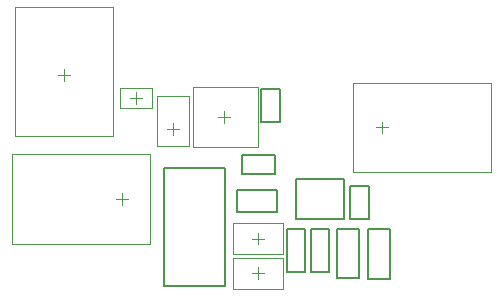
<source format=gbr>
G04*
G04 #@! TF.GenerationSoftware,Altium Limited,Altium Designer,25.8.1 (18)*
G04*
G04 Layer_Color=32768*
%FSLAX25Y25*%
%MOIN*%
G70*
G04*
G04 #@! TF.SameCoordinates,42E29172-AB17-4D01-AB3A-1E57205C25AC*
G04*
G04*
G04 #@! TF.FilePolarity,Positive*
G04*
G01*
G75*
%ADD11C,0.00787*%
%ADD51C,0.00394*%
%ADD52C,0.00197*%
D11*
X52772Y53107D02*
X73087D01*
Y13816D02*
Y53107D01*
X52772Y13816D02*
X73087D01*
X52772D02*
Y53107D01*
X114516Y36313D02*
X120815D01*
Y47337D01*
X114516D02*
X120815D01*
X114516Y36313D02*
Y47337D01*
X99717Y18402D02*
Y32969D01*
X93614Y18402D02*
X99717D01*
X93614D02*
Y32969D01*
X99717D01*
X76875Y46037D02*
X90285D01*
Y38706D02*
Y46037D01*
X76875Y38706D02*
X90285D01*
X76875D02*
Y46037D01*
X101614Y18402D02*
Y32969D01*
X107717D01*
Y18402D02*
Y32969D01*
X101614Y18402D02*
X107717D01*
X127807Y16336D02*
Y32872D01*
X120524Y16336D02*
X127807D01*
X120524D02*
Y32872D01*
X127807D01*
X78459Y57474D02*
X89483D01*
Y51175D02*
Y57474D01*
X78459Y51175D02*
X89483D01*
X78459D02*
Y57474D01*
X91361Y68553D02*
Y79577D01*
X85062Y68553D02*
X91361D01*
X85062D02*
Y79577D01*
X91361D01*
X96652Y36206D02*
Y49592D01*
Y36206D02*
X112679D01*
Y49592D01*
X96652D02*
X112679D01*
X110298Y32969D02*
X117582D01*
X110298Y16433D02*
Y32969D01*
Y16433D02*
X117582D01*
Y32969D01*
D51*
X123197Y66746D02*
X127134D01*
X125165Y64778D02*
Y68715D01*
X17197Y84325D02*
X21134D01*
X19165Y82356D02*
Y86293D01*
X36700Y43006D02*
X40637D01*
X38668Y41037D02*
Y44974D01*
X55665Y64371D02*
Y68308D01*
X53697Y66339D02*
X57634D01*
X83971Y27753D02*
Y31690D01*
X82002Y29722D02*
X85940D01*
X83971Y16167D02*
Y20104D01*
X82002Y18136D02*
X85940D01*
X70722Y70325D02*
X74659D01*
X72690Y68356D02*
Y72293D01*
X43165Y74557D02*
Y78494D01*
X41197Y76526D02*
X45134D01*
D52*
X161780Y51785D02*
Y81707D01*
X115717D02*
X161780D01*
X115717Y51785D02*
Y81707D01*
Y51785D02*
X161780D01*
X2827Y106962D02*
X35504D01*
X2827Y63931D02*
Y106962D01*
X35504Y63931D02*
Y106962D01*
X2827Y63931D02*
X35504D01*
X2054Y28045D02*
Y57967D01*
X2054Y28045D02*
X48117D01*
X48117D02*
Y57967D01*
X2054D02*
X48117D01*
X50272Y77245D02*
X61059D01*
X50272Y60446D02*
Y77245D01*
Y60446D02*
X61059D01*
Y77245D01*
X75506Y24604D02*
X92436D01*
X75506Y34840D02*
X92436D01*
Y24604D02*
Y34840D01*
X75506Y24604D02*
Y34840D01*
X75506Y13017D02*
X92436D01*
X75506Y23254D02*
X92436D01*
Y13017D02*
Y23254D01*
X75506Y13017D02*
Y23254D01*
X83910Y60286D02*
Y80364D01*
X62257Y60286D02*
Y80364D01*
Y60286D02*
X83910D01*
X62257Y80364D02*
X83910D01*
X37850Y73179D02*
X48480D01*
X37850Y79872D02*
X48480D01*
Y73179D02*
Y79872D01*
X37850Y73179D02*
Y79872D01*
M02*

</source>
